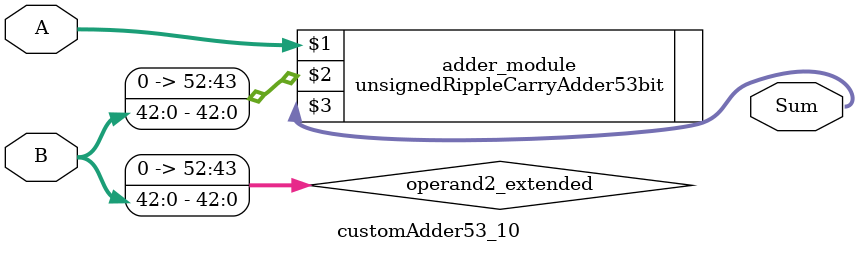
<source format=v>
module customAdder53_10(
                        input [52 : 0] A,
                        input [42 : 0] B,
                        
                        output [53 : 0] Sum
                );

        wire [52 : 0] operand2_extended;
        
        assign operand2_extended =  {10'b0, B};
        
        unsignedRippleCarryAdder53bit adder_module(
            A,
            operand2_extended,
            Sum
        );
        
        endmodule
        
</source>
